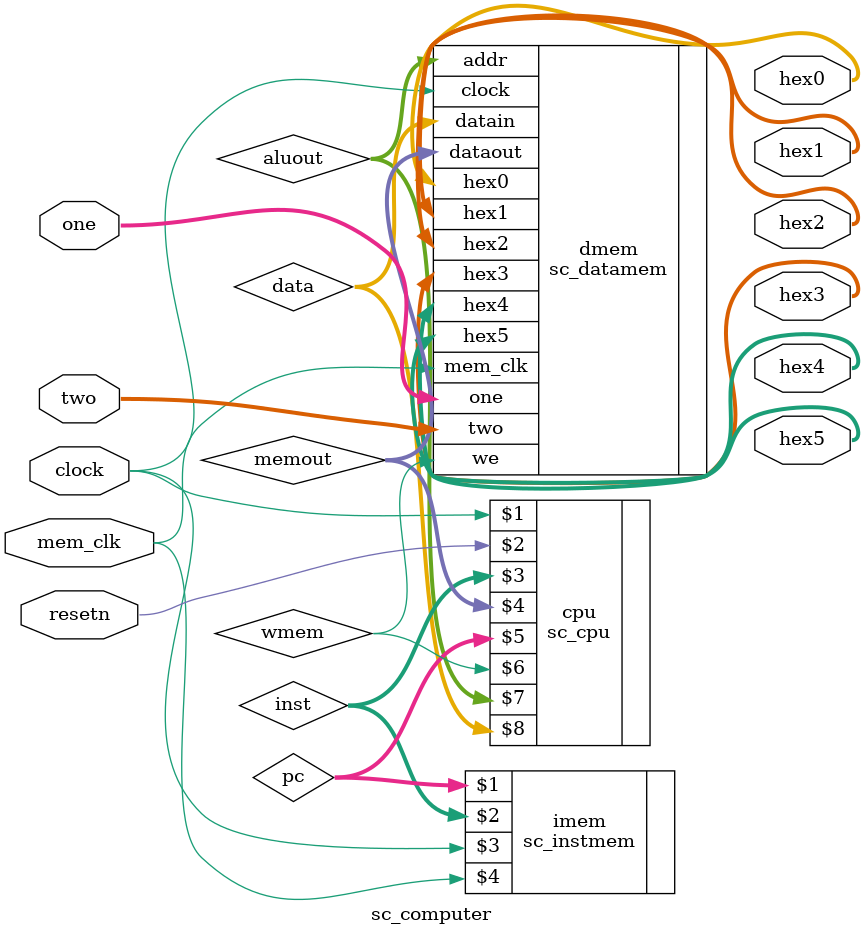
<source format=v>

module sc_computer (one,
                    two,
                    resetn,
                    clock,
                    mem_clk,
                    hex0,
                    hex1,
                    hex2,
                    hex3,
                    hex4,
                    hex5);
    
    input resetn,clock,mem_clk;
    input [3:0] one,two;
    wire [31:0] pc,inst,aluout,memout;
    wire        imem_clk,dmem_clk;
    output [6:0] hex0, hex1, hex2, hex3, hex4, hex5;
    
    wire   [31:0] data;
    wire          wmem; // all these "wire"s are used to connect or interface the cpu,dmem,imem and so on.
    
    sc_cpu cpu (clock,resetn,inst,memout,pc,wmem,aluout,data);          // CPU module.
    sc_instmem  imem (pc,inst,clock,mem_clk);                  // instruction memory.
    sc_datamem  dmem (
    .addr(aluout),.datain(data),.dataout(memout),.we(wmem),.clock(clock),.mem_clk(mem_clk),.one(one),.two(two),.hex0(hex0),.hex1(hex1),.hex2(hex2),.hex3(hex3),.hex4(hex4),.hex5(hex5)); // data memory.
    
endmodule
    
    
    

</source>
